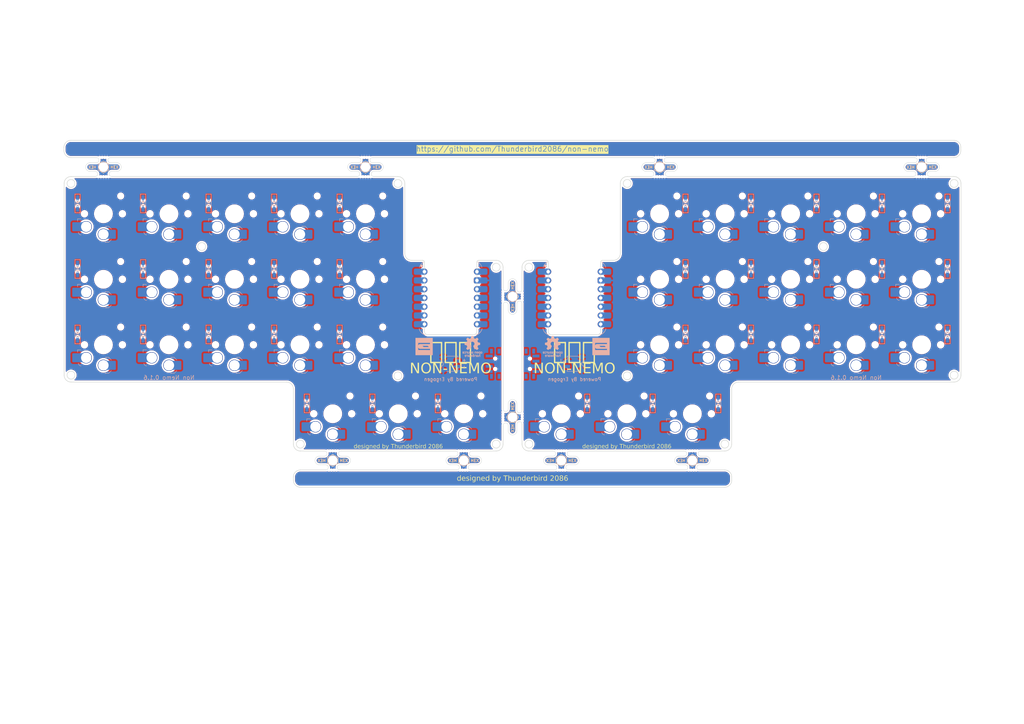
<source format=kicad_pcb>
(kicad_pcb (version 20240108) (generator "pcbnew") (generator_version "8.0")
  (title_block (title "non_nemo") (date "2025-04-05") (rev "0.1.6") (company "Allen Choi"))
  (layers (0 "F.Cu" signal) (31 "B.Cu" signal) (34 "B.Paste" user) (35 "F.Paste" user) (36 "B.SilkS" user "B.Silkscreen") (37 "F.SilkS" user "F.Silkscreen") (38 "B.Mask" user) (39 "F.Mask" user) (44 "Edge.Cuts" user))
  (net 0 "")
  (net 1 "GND")
  (net 2 "col_pinky")
  (net 4 "BAT_r")
  (net 5 "Net-(J2-Pin_2)")
  (net 6 "col_ring")
  (net 8 "Net-(J1-Pin_2)")
  (net 9 "Net-(D5-A)")
  (net 10 "col_middle")
  (net 11 "Net-(D6-A)")
  (net 12 "Net-(D7-A)")
  (net 13 "Net-(D8-A)")
  (net 14 "col_index")
  (net 15 "Net-(D9-A)")
  (net 16 "Net-(D10-A)")
  (net 17 "Net-(D11-A)")
  (net 18 "col_inner")
  (net 19 "Net-(D12-A)")
  (net 20 "Net-(D13-A)")
  (net 21 "Net-(D14-A)")
  (net 22 "Net-(D15-A)")
  (net 23 "Net-(D16-A)")
  (net 24 "Net-(D17-A)")
  (net 25 "Net-(D18-A)")
  (net 26 "Net-(D19-A)")
  (net 27 "row_bottom_r")
  (net 28 "row_home_r")
  (net 29 "Net-(D20-A)")
  (net 30 "row_top_r")
  (net 31 "Net-(D21-A)")
  (net 32 "Net-(D22-A)")
  (net 33 "Net-(D23-A)")
  (net 34 "Net-(D24-A)")
  (net 35 "Net-(D25-A)")
  (net 36 "Net-(D26-A)")
  (net 37 "Net-(D27-A)")
  (net 38 "Net-(D28-A)")
  (net 39 "Net-(D29-A)")
  (net 40 "Net-(D30-A)")
  (net 41 "Net-(D31-A)")
  (net 42 "Net-(D32-A)")
  (net 43 "row_bottom")
  (net 44 "row_home")
  (net 45 "row_top")
  (net 46 "row_thumb")
  (net 47 "Net-(D33-A)")
  (net 48 "row_thumb_r")
  (net 49 "Net-(D34-A)")
  (net 50 "Net-(D35-A)")
  (net 51 "Net-(D36-A)")
  (net 52 "Net-(D4-A)")
  (net 53 "Net-(D3-A)")
  (net 54 "Net-(D2-A)")
  (net 55 "Net-(D1-A)")
  (net 56 "col_index_r")
  (net 57 "col_pinky_r")
  (net 58 "col_ring_r")
  (net 59 "col_middle_r")
  (net 60 "col_inner_r")
  (net 68 "BAT")
  (footprint "TB2086_SMD:TB2086_SMD_D3_SMD" (layer "F.Cu") (at 127 117 -90)
    (property "Reference" "D18" (hide yes))
    (property "Value" "D")
  )
  (footprint "mousebites_5p5mm_easysnap" (layer "F.Cu") (at 134.5 136.3 -90)
    (property "Reference" "X3" (hide yes))
    (property "Value" "5.5mm" (hide yes))
    (fp_line (start -1.5 3.9) (end -1.5 2.03) (stroke (width 0.1)) (layer "Edge.Cuts"))
    (fp_line (start -4 2.4) (end -4 3.9) (stroke (width 0.1)) (layer "Edge.Cuts"))
    (fp_line (start -1.5 -2.03) (end -1.5 -3.9) (stroke (width 0.1)) (layer "Edge.Cuts"))
    (fp_line (start -4 -3.9) (end -4 -2.4) (stroke (width 0.1)) (layer "Edge.Cuts"))
    (fp_arc (start -1.5 3.9) (mid -2.75 5.15) (end -4 3.9) (stroke (width 0.1)) (layer "Edge.Cuts"))
    (fp_arc (start -5.5 2.4) (mid -4.75 1.65) (end -4 2.4) (stroke (width 0.1)) (layer "Edge.Cuts"))
    (fp_arc (start -1.5 2.03) (mid -0.75 1.28) (end 0 2.03) (stroke (width 0.1)) (layer "Edge.Cuts"))
    (fp_arc (start 0 -2.03) (mid -0.75 -1.28) (end -1.5 -2.03) (stroke (width 0.1)) (layer "Edge.Cuts"))
    (fp_arc (start -4 -2.4) (mid -4.75 -1.65) (end -5.5 -2.4) (stroke (width 0.1)) (layer "Edge.Cuts"))
    (fp_arc (start -4 -3.9) (mid -2.75 -5.15) (end -1.5 -3.9) (stroke (width 0.1)) (layer "Edge.Cuts"))
  )
  (footprint "TB2086_KEYSWITCH:SW_choc_v1_v2_HS_1u" (layer "F.Cu") (at 49 62)
    (property "Reference" "S6" (hide yes))
    (property "Value" "SW_CHOC_HS")
  )
  (footprint "TB2086_KEYSWITCH:SW_choc_v1_v2_HS_1u" (layer "F.Cu") (at 106 81)
    (property "Reference" "S14" (hide yes))
    (property "Value" "SW_CHOC_HS")
  )
  (footprint "TB2086_KEYSWITCH:SW_choc_v1_v2_HS_1u" (layer "F.Cu") (at 267.3 81)
    (property "Reference" "S20" (hide yes))
    (property "Value" "SW_CHOC_HS")
  )
  (footprint "TB2086_KEYSWITCH:SW_choc_v1_v2_HS_1u" (layer "F.Cu") (at 210.3 81)
    (property "Reference" "S29" (hide yes))
    (property "Value" "SW_CHOC_HS")
  )
  (footprint "undefined" (layer "F.Cu") (at 160.3 100.5)
    (property "Reference" "LOGO4" (hide yes))
    (property "Value" "")
  )
  (footprint "TB2086_SMD:TB2086_SMD_D3_SMD" (layer "F.Cu") (at 98.5 78 -90)
    (property "Reference" "D14" (hide yes))
    (property "Value" "D")
  )
  (footprint "TB2086_SMD:TB2086_SMD_D3_SMD" (layer "F.Cu") (at 79.5 97 -90)
    (property "Reference" "D10" (hide yes))
    (property "Value" "D")
  )
  (footprint "TB2086_SMD:TB2086_SMD_D3_SMD" (layer "F.Cu") (at 198.8 78 90)
    (property "Reference" "D32" (hide yes))
    (property "Value" "D")
  )
  (footprint "TB2086_SMD:SW_SPDT_PCM12" (layer "F.Cu") (at 143.3 105.5 90)
    (property "Reference" "SW_SPDT1" (hide yes))
    (property "Value" "SW_SPDT1" (hide yes))
  )
  (footprint "TB2086_SMD:TB2086_SMD_D3_SMD" (layer "F.Cu") (at 22.5 97 -90)
    (property "Reference" "D1" (hide yes))
    (property "Value" "D")
  )
  (footprint "TB2086_MISC:Molex_Pico-EZmate_78171-0002_1x02-1MP_P1.20mm_HandSolder" (layer "F.Cu") (at 166.6 105.5 90)
    (property "Reference" "J2" (hide yes))
    (property "Value" "Conn_BAT")
  )
  (footprint "TB2086_SMD:TB2086_SMD_D3_SMD" (layer "F.Cu") (at 274.8 97 90)
    (property "Reference" "D19" (hide yes))
    (property "Value" "D")
  )
  (footprint "TB2086_MCU:Xiao_nRF52840_edgecut" (layer "F.Cu") (at 130.7 86.41)
    (property "Reference" "MCU1" (hide yes))
    (property "Value" "Xiao nRF52840")
    (fp_line (start -7.62 9.678) (end -7.619768 -10.410053) (stroke (width 0.15)) (layer "Edge.Cuts"))
    (fp_line (start 6.62 10.678) (end -6.62 10.678) (stroke (width 0.15)) (layer "Edge.Cuts"))
    (fp_line (start 7.62 9.678) (end 7.619768 -10.410053) (stroke (width 0.15)) (layer "Edge.Cuts"))
    (fp_arc (start -8.119768 -10.910053) (mid -7.766216 -10.763605) (end -7.619768 -10.410053) (stroke (width 0.15)) (layer "Edge.Cuts"))
    (fp_arc (start -6.62 10.678) (mid -7.327107 10.385107) (end -7.62 9.678) (stroke (width 0.15)) (layer "Edge.Cuts"))
    (fp_arc (start 7.619768 -10.410053) (mid 7.766218 -10.763602) (end 8.119768 -10.910053) (stroke (width 0.15)) (layer "Edge.Cuts"))
    (fp_arc (start 7.62 9.678) (mid 7.327107 10.385107) (end 6.62 10.678) (stroke (width 0.15)) (layer "Edge.Cuts"))
  )
  (footprint "TB2086_KEYSWITCH:SW_choc_v1_v2_HS_1u" (layer "F.Cu") (at 210.3 100)
    (property "Reference" "S28" (hide yes))
    (property "Value" "SW_CHOC_HS")
  )
  (footprint "TB2086_KEYSWITCH:SW_choc_v1_v2_HS_1u" (layer "F.Cu") (at 30 81)
    (property "Reference" "S2" (hide yes))
    (property "Value" "SW_CHOC_HS")
  )
  (footprint "mousebites_5p5mm_easysnap" (layer "F.Cu") (at 191.3 45.7 90)
    (property "Reference" "X9" (hide yes))
    (property "Value" "5.5mm" (hide yes))
    (fp_line (start -4 -3.9) (end -4 -2.4) (stroke (width 0.1)) (layer "Edge.Cuts"))
    (fp_line (start -1.5 -2.03) (end -1.5 -3.9) (stroke (width 0.1)) (layer "Edge.Cuts"))
    (fp_line (start -4 2.4) (end -4 3.9) (stroke (width 0.1)) (layer "Edge.Cuts"))
    (fp_line (start -1.5 3.9) (end -1.5 2.03) (stroke (width 0.1)) (layer "Edge.Cuts"))
    (fp_arc (start -4 -3.9) (mid -2.75 -5.15) (end -1.5 -3.9) (stroke (width 0.1)) (layer "Edge.Cuts"))
    (fp_arc (start -4 -2.4) (mid -4.75 -1.65) (end -5.5 -2.4) (stroke (width 0.1)) (layer "Edge.Cuts"))
    (fp_arc (start 0 -2.03) (mid -0.75 -1.28) (end -1.5 -2.03) (stroke (width 0.1)) (layer "Edge.Cuts"))
    (fp_arc (start -1.5 2.03) (mid -0.75 1.28) (end 0 2.03) (stroke (width 0.1)) (layer "Edge.Cuts"))
    (fp_arc (start -5.5 2.4) (mid -4.75 1.65) (end -4 2.4) (stroke (width 0.1)) (layer "Edge.Cuts"))
    (fp_arc (start -1.5 3.9) (mid -2.75 5.15) (end -4 3.9) (stroke (width 0.1)) (layer "Edge.Cuts"))
  )
  (footprint "TB2086_KEYSWITCH:SW_choc_v1_v2_HS_1u" (layer "F.Cu") (at 68 81)
    (property "Reference" "S8" (hide yes))
    (property "Value" "SW_CHOC_HS")
  )
  (footprint "TB2086_KEYSWITCH:SW_choc_v1_v2_HS_1u" (layer "F.Cu") (at 87 62)
    (property "Reference" "S12" (hide yes))
    (property "Value" "SW_CHOC_HS")
  )
  (footprint "mousebites_5p5mm_easysnap" (layer "F.Cu") (at 30 45.7 90)
    (property "Reference" "X6" (hide yes))
    (property "Value" "5.5mm" (hide yes))
    (fp_line (start -4 -3.9) (end -4 -2.4) (stroke (width 0.1)) (layer "Edge.Cuts"))
    (fp_line (start -1.5 -2.03) (end -1.5 -3.9) (stroke (width 0.1)) (layer "Edge.Cuts"))
    (fp_line (start -4 2.4) (end -4 3.9) (stroke (width 0.1)) (layer "Edge.Cuts"))
    (fp_line (start -1.5 3.9) (end -1.5 2.03) (stroke (width 0.1)) (layer "Edge.Cuts"))
    (fp_arc (start -4 -3.9) (mid -2.75 -5.15) (end -1.5 -3.9) (stroke (width 0.1)) (layer "Edge.Cuts"))
    (fp_arc (start -4 -2.4) (mid -4.75 -1.65) (end -5.5 -2.4) (stroke (width 0.1)) (layer "Edge.Cuts"))
    (fp_arc (start 0 -2.03) (mid -0.75 -1.28) (end -1.5 -2.03) (stroke (width 0.1)) (layer "Edge.Cuts"))
    (fp_arc (start -1.5 2.03) (mid -0.75 1.28) (end 0 2.03) (stroke (width 0.1)) (layer "Edge.Cuts"))
    (fp_arc (start -5.5 2.4) (mid -4.75 1.65) (end -4 2.4) (stroke (width 0.1)) (layer "Edge.Cuts"))
    (fp_arc (start -1.5 3.9) (mid -2.75 5.15) (end -4 3.9) (stroke (width 0.1)) (layer "Edge.Cuts"))
  )
  (footprint "TB2086_SMD:TB2086_SMD_D3_SMD" (layer "F.Cu") (at 79.5 59 -90)
    (property "Reference" "D12" (hide yes))
    (property "Value" "D")
  )
  (footprint "TB2086_KEYSWITCH:SW_choc_v1_v2_HS_1u" (layer "F.Cu") (at 134.5 120)
    (property "Reference" "S18" (hide yes))
    (property "Value" "SW_CHOC_HS")
  )
  (footprint "TB2086_KEYSWITCH:SW_choc_v1_v2_HS_1u" (layer "F.Cu") (at 229.3 100)
    (property "Reference" "S25" (hide yes))
    (property "Value" "SW_CHOC_HS")
  )
  (footprint "TB2086_KEYSWITCH:SW_choc_v1_v2_HS_1u" (layer "F.Cu") (at 181.8 120)
    (property "Reference" "S35" (hide yes))
    (property "Value" "SW_CHOC_HS")
  )
  (footprint "TB2086_KEYSWITCH:SW_choc_v1_v2_HS_1u" (layer "F.Cu") (at 229.3 81)
    (property "Reference" "S26" (hide yes))
    (property "Value" "SW_CHOC_HS")
  )
  (footprint "TB2086_SMD:TB2086_SMD_D3_SMD" (layer "F.Cu") (at 60.5 59 -90)
    (property "Reference" "D9" (hide yes))
    (property "Value" "D")
  )
  (footprint "mousebites_5p5mm_easysnap" (layer "F.Cu") (at 96.5 136.3 -90)
    (property "Reference" "X2" (hide yes))
    (property "Value" "5.5mm" (hide yes))
    (fp_line (start -1.5 3.9) (end -1.5 2.03) (stroke (width 0.1)) (layer "Edge.Cuts"))
    (fp_line (start -4 2.4) (end -4 3.9) (stroke (width 0.1)) (layer "Edge.Cuts"))
    (fp_line (start -1.5 -2.03) (end -1.5 -3.9) (stroke (width 0.1)) (layer "Edge.Cuts"))
    (fp_line (start -4 -3.9) (end -4 -2.4) (stroke (width 0.1)) (layer "Edge.Cuts"))
    (fp_arc (start -1.5 3.9) (mid -2.75 5.15) (end -4 3.9) (stroke (width 0.1)) (layer "Edge.Cuts"))
    (fp_arc (start -5.5 2.4) (mid -4.75 1.65) (end -4 2.4) (stroke (width 0.1)) (layer "Edge.Cuts"))
    (fp_arc (start -1.5 2.03) (mid -0.75 1.28) (end 0 2.03) (stroke (width 0.1)) (layer "Edge.Cuts"))
    (fp_arc (start 0 -2.03) (mid -0.75 -1.28) (end -1.5 -2.03) (stroke (width 0.1)) (layer "Edge.Cuts"))
    (fp_arc (start -4 -2.4) (mid -4.75 -1.65) (end -5.5 -2.4) (stroke (width 0.1)) (layer "Edge.Cuts"))
    (fp_arc (start -4 -3.9) (mid -2.75 -5.15) (end -1.5 -3.9) (stroke (width 0.1)) (layer "Edge.Cuts"))
  )
  (footprint "TB2086_KEYSWITCH:SW_choc_v1_v2_HS_1u" (layer "F.Cu") (at 248.3 62)
    (property "Reference" "S24" (hide yes))
    (property "Value" "SW_CHOC_HS")
  )
  (footprint "TB2086_KEYSWITCH:SW_choc_v1_v2_HS_1u" (layer "F.Cu") (at 200.8 120)
    (property "Reference" "S34" (hide yes))
    (property "Value" "SW_CHOC_HS")
  )
  (footprint "TB2086_KEYSWITCH:SW_choc_v1_v2_HS_1u" (layer "F.Cu") (at 191.3 62)
    (property "Reference" "S33" (hide yes))
    (property "Value" "SW_CHOC_HS")
  )
  (footprint "TB2086_SMD:TB2086_SMD_D3_SMD" (layer "F.Cu") (at 217.8 59 90)
    (property "Reference" "D30" (hide yes))
    (property "Value" "D")
  )
  (footprint "TB2086_KEYSWITCH:SW_choc_v1_v2_HS_1u" (layer "F.Cu") (at 30 62)
    (property "Reference" "S3" (hide yes))
    (property "Value" "SW_CHOC_HS")
  )
  (footprint "TB2086_SMD:TB2086_SMD_D3_SMD" (layer "F.Cu") (at 170.3 117 90)
    (property "Reference" "D36" (hide yes))
    (property "Value" "D")
  )
  (footprint "TB2086_SMD:TB2086_SMD_D3_SMD" (layer "F.Cu") (at 60.5 78 -90)
    (property "Reference" "D8" (hide yes))
    (property "Value" "D")
  )
  (footprint "TB2086_KEYSWITCH:SW_choc_v1_v2_HS_1u" (layer "F.Cu") (at 191.3 100)
    (property "Reference" "S31" (hide yes))
    (property "Value" "SW_CHOC_HS")
  )
  (footprint "TB2086_KEYSWITCH:SW_choc_v1_v2_HS_1u" (layer "F.Cu") (at 87 81)
    (property "Reference" "S11" (hide yes))
    (property "Value" "SW_CHOC_HS")
  )
  (footprint "TB2086_SMD:TB2086_SMD_D3_SMD" (layer "F.Cu") (at 255.8 78 90)
    (property "Reference" "D23" (hide yes))
    (property "Value" "D")
  )
  (footprint "TB2086_KEYSWITCH:SW_choc_v1_v2_HS_1u" (layer "F.Cu") (at 49 81)
    (property "Reference" "S5" (hide yes))
    (property "Value" "SW_CHOC_HS")
  )
  (footprint "TB2086_SMD:TB2086_SMD_D3_SMD" (layer "F.Cu") (at 217.8 78 90)
    (property "Reference" "D29" (hide yes))
    (property "Value" "D")
  )
  (footprint "TB2086_SMD:TB2086_SMD_D3_SMD" (layer "F.Cu") (at 255.8 59 90)
    (property "Reference" "D24" (hide yes))
    (property "Value" "D")
  )
  (footprint "TB2086_SMD:TB2086_SMD_D3_SMD" (layer "F.Cu") (at 60.5 97 -90)
    (property "Reference" "D7" (hide yes))
    (property "Value" "D")
  )
  (footprint "TB2086_SMD:TB2086_SMD_D3_SMD" (layer "F.Cu") (at 236.8 97 90)
    (property "Reference" "D25" (hide yes))
    (property "Value" "D")
  )
  (footprint "mousebites_5p5mm_easysnap" (layer "F.Cu") (at 106 45.7 90)
    (property "Reference" "X7" (hide yes))
    (property "Value" "5.5mm" (hide yes))
    (fp_line (start -4 -3.9) (end -4 -2.4) (stroke (width 0.1)) (layer "Edge.Cuts"))
    (fp_line (start -1.5 -2.03) (end -1.5 -3.9) (stroke (width 0.1)) (layer "Edge.Cuts"))
    (fp_line (start -4 2.4) (end -4 3.9) (stroke (width 0.1)) (layer "Edge.Cuts"))
    (fp_line (start -1.5 3.9) (end -1.5 2.03) (stroke (width 0.1)) (layer "Edge.Cuts"))
    (fp_arc (start -4 -3.9) (mid -2.75 -5.15) (end -1.5 -3.9) (stroke (width 0.1)) (layer "Edge.Cuts"))
    (fp_arc (start -4 -2.4) (mid -4.75 -1.65) (end -5.5 -2.4) (stroke (width 0.1)) (layer "Edge.Cuts"))
    (fp_arc (start 0 -2.03) (mid -0.75 -1.28) (end -1.5 -2.03) (stroke (width 0.1)) (layer "Edge.Cuts"))
    (fp_arc (start -1.5 2.03) (mid -0.75 1.28) (end 0 2.03) (stroke (width 0.1)) (layer "Edge.Cuts"))
    (fp_arc (start -5.5 2.4) (mid -4.75 1.65) (end -4 2.4) (stroke (width 0.1)) (layer "Edge.Cuts"))
    (fp_arc (start -1.5 3.9) (mid -2.75 5.15) (end -4 3.9) (stroke (width 0.1)) (layer "Edge.Cuts"))
  )
  (footprint "TB2086_KEYSWITCH:SW_choc_v1_v2_HS_1u" (layer "F.Cu") (at 68 62)
    (property "Reference" "S9" (hide yes))
    (property "Value" "SW_CHOC_HS")
  )
  (footprint "TB2086_KEYSWITCH:SW_choc_v1_v2_HS_1u" (layer "F.Cu") (at 115.5 120)
    (property "Reference" "S17" (hide yes))
    (property "Value" "SW_CHOC_HS")
  )
  (footprint "TB2086_KEYSWITCH:SW_choc_v1_v2_HS_1u" (layer "F.Cu") (at 106 62)
    (property "Reference" "S15" (hide yes))
    (property "Value" "SW_CHOC_HS")
  )
  (footprint "TB2086_KEYSWITCH:SW_choc_v1_v2_HS_1u" (layer "F.Cu") (at 248.3 81)
    (property "Reference" "S23" (hide yes))
    (property "Value" "SW_CHOC_HS")
  )
  (footprint "TB2086_KEYSWITCH:SW_choc_v1_v2_HS_1u" (layer "F.Cu") (at 267.3 100)
    (property "Reference" "S19" (hide yes))
    (property "Value" "SW_CHOC_HS")
  )
  (footprint "TB2086_SMD:TB2086_SMD_D3_SMD" (layer "F.Cu") (at 236.8 78 90)
    (property "Reference" "D26" (hide yes))
    (property "Value" "D")
  )
  (footprint "TB2086_SMD:TB2086_SMD_D3_SMD" (layer "F.Cu") (at 108 117 -90)
    (property "Reference" "D17" (hide yes))
    (property "Value" "D")
  )
  (footprint "TB2086_SMD:SW_SPDT_PCM12" (layer "F.Cu") (at 154 105.5 -90)
    (property "Reference" "SW_SPDT2" (hide yes))
    (property "Value" "SW_SPDT2" (hide yes))
  )
  (footprint "TB2086_SMD:TB2086_SMD_D3_SMD" (layer "F.Cu") (at 22.5 78 -90)
    (property "Reference" "D2" (hide yes))
    (property "Value" "D")
  )
  (footprint "TB2086_SMD:TB2086_SMD_D3_SMD" (layer "F.Cu") (at 98.5 59 -90)
    (property "Reference" "D15" (hide yes))
    (property "Value" "D")
  )
  (footprint "TB2086_KEYSWITCH:SW_choc_v1_v2_HS_1u" (layer "F.Cu") (at 267.3 62)
    (property "Reference" "S21" (hide yes))
    (property "Value" "SW_CHOC_HS")
  )
  (footprint "TB2086_SMD:TB2086_SMD_D3_SMD" (layer "F.Cu") (at 41.5 97 -90)
    (property "Reference" "D4" (hide yes))
    (property "Value" "D")
  )
  (footprint "TB2086_SMD:TB2086_SMD_D3_SMD" (layer "F.Cu") (at 217.8 97 90)
    (property "Reference" "D28" (hide yes))
    (property "Value" "D")
  )
  (footprint "mousebites_5p5mm_easysnap" (layer "F.Cu") (at 151.4 121)
    (property "Reference" "X1" (hide yes))
    (property "Value" "5.5mm" (hide yes))
    (fp_line (start -4 -3.9) (end -4 -2.4) (stroke (width 0.1)) (layer "Edge.Cuts"))
    (fp_line (start -4 2.4) (end -4 3.9) (stroke (width 0.1)) (layer "Edge.Cuts"))
    (fp_line (start -1.5 -2.03) (end -1.5 -3.9) (stroke (width 0.1)) (layer "Edge.Cuts"))
    (fp_line (start -1.5 3.9) (end -1.5 2.03) (stroke (width 0.1)) (layer "Edge.Cuts"))
    (fp_arc (start -5.5 2.4) (mid -4.75 1.65) (end -4 2.4) (stroke (width 0.1)) (layer "Edge.Cuts"))
    (fp_arc (start -4 -3.9) (mid -2.75 -5.15) (end -1.5 -3.9) (stroke (width 0.1)) (layer "Edge.Cuts"))
    (fp_arc (start -4 -2.4) (mid -4.75 -1.65) (end -5.5 -2.4) (stroke (width 0.1)) (layer "Edge.Cuts"))
    (fp_arc (start -1.5 2.03) (mid -0.75 1.28) (end 0 2.03) (stroke (width 0.1)) (layer "Edge.Cuts"))
    (fp_arc (start -1.5 3.9) (mid -2.75 5.15) (end -4 3.9) (stroke (width 0.1)) (layer "Edge.Cuts"))
    (fp_arc (start 0 -2.03) (mid -0.75 -1.28) (end -1.5 -2.03) (stroke (width 0.1)) (layer "Edge.Cuts"))
  )
  (footprint "TB2086_SMD:TB2086_SMD_D3_SMD" (layer "F.Cu") (at 41.5 59 -90)
    (property "Reference" "D6" (hide yes))
    (property "Value" "D")
  )
  (footprint "mousebites_5p5mm_easysnap" (layer "F.Cu") (at 267.3 45.7 90)
    (property "Reference" "X8" (hide yes))
    (property "Value" "5.5mm" (hide yes))
    (fp_line (start -4 -3.9) (end -4 -2.4) (stroke (width 0.1)) (layer "Edge.Cuts"))
    (fp_line (start -1.5 -2.03) (end -1.5 -3.9) (stroke (width 0.1)) (layer "Edge.Cuts"))
    (fp_line (start -4 2.4) (end -4 3.9) (stroke (width 0.1)) (layer "Edge.Cuts"))
    (fp_line (start -1.5 3.9) (end -1.5 2.03) (stroke (width 0.1)) (layer "Edge.Cuts"))
    (fp_arc (start -4 -3.9) (mid -2.75 -5.15) (end -1.5 -3.9) (stroke (width 0.1)) (layer "Edge.Cuts"))
    (fp_arc (start -4 -2.4) (mid -4.75 -1.65) (end -5.5 -2.4) (stroke (width 0.1)) (layer "Edge.Cuts"))
    (fp_arc (start 0 -2.03) (mid -0.75 -1.28) (end -1.5 -2.03) (stroke (width 0.1)) (layer "Edge.Cuts"))
    (fp_arc (start -1.5 2.03) (mid -0.75 1.28) (end 0 2.03) (stroke (width 0.1)) (layer "Edge.Cuts"))
    (fp_arc (start -5.5 2.4) (mid -4.75 1.65) (end -4 2.4) (stroke (width 0.1)) (layer "Edge.Cuts"))
    (fp_arc (start -1.5 3.9) (mid -2.75 5.15) (end -4 3.9) (stroke (width 0.1)) (layer "Edge.Cuts"))
  )
  (footprint "TB2086_SMD:TB2086_SMD_D3_SMD" (layer "F.Cu") (at 79.5 78 -90)
    (property "Reference" "D11" (hide yes))
    (property "Value" "D")
  )
  (footprint "TB2086_SMD:TB2086_SMD_D3_SMD" (layer "F.Cu") (at 98.5 97 -90)
    (property "Reference" "D13" (hide yes))
    (property "Value" "D")
  )
  (footprint "TB2086_KEYSWITCH:SW_choc_v1_v2_HS_1u" (layer "F.Cu") (at 96.5 120)
    (property "Reference" "S16" (hide yes))
    (property "Value" "SW_CHOC_HS")
  )
  (footprint "TB2086_SMD:TB2086_SMD_D3_SMD" (layer "F.Cu") (at 22.5 59 -90)
    (property "Reference" "D3" (hide yes))
    (property "Value" "D")
  )
  (footprint "TB2086_MISC:Molex_Pico-EZmate_78171-0002_1x02-1MP_P1.20mm_HandSolder" (layer "F.Cu") (at 130.7 105.5 -90)
    (property "Reference" "J1" (hide yes))
    (property "Value" "Conn_BAT")
  )
  (footprint "TB2086_KEYSWITCH:SW_choc_v1_v2_HS_1u" (layer "F.Cu") (at 68 100)
    (property "Reference" "S7" (hide yes))
    (property "Value" "SW_CHOC_HS")
  )
  (footprint "TB2086_SMD:TB2086_SMD_D3_SMD" (layer "F.Cu") (at 274.8 78 90)
    (property "Reference" "D20" (hide yes))
    (property "Value" "D")
  )
  (footprint "TB2086_SMD:TB2086_SMD_D3_SMD" (layer "F.Cu") (at 198.8 59 90)
    (property "Reference" "D33" (hide yes))
    (property "Value" "D")
  )
  (footprint "TB2086_MCU:Xiao_nRF52840_edgecut" (layer "F.Cu") (at 166.6 86.41)
    (property "Reference" "MCU2" (hide yes))
    (property "Value" "Xiao nRF52840")
    (fp_line (start -7.62 9.678) (end -7.619768 -10.410053) (stroke (width 0.15)) (layer "Edge.Cuts"))
    (fp_line (start 6.62 10.678) (end -6.62 10.678) (stroke (width 0.15)) (layer "Edge.Cuts"))
    (fp_line (start 7.62 9.678) (end 7.619768 -10.410053) (stroke (width 0.15)) (layer "Edge.Cuts"))
    (fp_arc (start -8.119768 -10.910053) (mid -7.766216 -10.763605) (end -7.619768 -10.410053) (stroke (width 0.15)) (layer "Edge.Cuts"))
    (fp_arc (start -6.62 10.678) (mid -7.327107 10.385107) (end -7.62 9.678) (stroke (width 0.15)) (layer "Edge.Cuts"))
    (fp_arc (start 7.619768 -10.410053) (mid 7.766218 -10.763602) (end 8.119768 -10.910053) (stroke (width 0.15)) (layer "Edge.Cuts"))
    (fp_arc (start 7.62 9.678) (mid 7.327107 10.385107) (end 6.62 10.678) (stroke (width 0.15)) (layer "Edge.Cuts"))
  )
  (footprint "TB2086_KEYSWITCH:SW_choc_v1_v2_HS_1u" (layer "F.Cu") (at 49 100)
    (property "Reference" "S4" (hide yes))
    (property "Value" "SW_CHOC_HS")
  )
  (footprint "TB2086_KEYSWITCH:SW_choc_v1_v2_HS_1u" (layer "F.Cu") (at 87 100)
    (property "Reference" "S10" (hide yes))
    (property "Value" "SW_CHOC_HS")
  )
  (footprint "TB2086_SMD:TB2086_SMD_D3_SMD" (layer "F.Cu") (at 89 117 -90)
    (property "Reference" "D16" (hide yes))
    (property "Value" "D")
  )
  (footprint "mousebites_5p5mm_easysnap" (layer "F.Cu") (at 151.4 86)
    (property "Reference" "X10" (hide yes))
    (property "Value" "5.5mm" (hide yes))
    (fp_line (start -4 -3.9) (end -4 -2.4) (stroke (width 0.1)) (layer "Edge.Cuts"))
    (fp_line (start -4 2.4) (end -4 3.9) (stroke (width 0.1)) (layer "Edge.Cuts"))
    (fp_line (start -1.5 -2.03) (end -1.5 -3.9) (stroke (width 0.1)) (layer "Edge.Cuts"))
    (fp_line (start -1.5 3.9) (end -1.5 2.03) (stroke (width 0.1)) (layer "Edge.Cuts"))
    (fp_arc (start -5.5 2.4) (mid -4.75 1.65) (end -4 2.4) (stroke (width 0.1)) (layer "Edge.Cuts"))
    (fp_arc (start -4 -3.9) (mid -2.75 -5.15) (end -1.5 -3.9) (stroke (width 0.1)) (layer "Edge.Cuts"))
    (fp_arc (start -4 -2.4) (mid -4.75 -1.65) (end -5.5 -2.4) (stroke (width 0.1)) (layer "Edge.Cuts"))
    (fp_arc (start -1.5 2.03) (mid -0.75 1.28) (end 0 2.03) (stroke (width 0.1)) (layer "Edge.Cuts"))
    (fp_arc (start -1.5 3.9) (mid -2.75 5.15) (end -4 3.9) (stroke (width 0.1)) (layer "Edge.Cuts"))
    (fp_arc (start 0 -2.03) (mid -0.75 -1.28) (end -1.5 -2.03) (stroke (width 0.1)) (layer "Edge.Cuts"))
  )
  (footprint "TB2086_SMD:TB2086_SMD_D3_SMD" (layer "F.Cu") (at 189.3 117 90)
    (property "Reference" "D35" (hide yes))
    (property "Value" "D")
  )
  (footprint "undefined" (layer "F.Cu") (at 137 100.5)
    (property "Reference" "LOGO2" (hide yes))
    (property "Value" "")
  )
  (footprint "TB2086_KEYSWITCH:SW_choc_v1_v2_HS_1u" (layer "F.Cu") (at 229.3 62)
    (property "Reference" "S27" (hide yes))
    (property "Value" "SW_CHOC_HS")
  )
  (footprint "TB2086_SMD:TB2086_SMD_D3_SMD" (layer "F.Cu") (at 41.5 78 -90)
    (property "Reference" "D5" (hide yes))
    (property "Value" "D")
  )
  (footprint "TB2086_SMD:TB2086_SMD_D3_SMD" (layer "F.Cu") (at 255.8 97 90)
    (property "Reference" "D22" (hide yes))
    (property "Value" "D")
  )
  (footprint "mousebites_5p5mm_easysnap" (layer "F.Cu") (at 200.8 136.3 -90)
    (property "Reference" "X4" (hide yes))
    (property "Value" "5.5mm" (hide yes))
    (fp_line (start -1.5 3.9) (end -1.5 2.03) (stroke (width 0.1)) (layer "Edge.Cuts"))
    (fp_line (start -4 2.4) (end -4 3.9) (stroke (width 0.1)) (layer "Edge.Cuts"))
    (fp_line (start -1.5 -2.03) (end -1.5 -3.9) (stroke (width 0.1)) (layer "Edge.Cuts"))
    (fp_line (start -4 -3.9) (end -4 -2.4) (stroke (width 0.1)) (layer "Edge.Cuts"))
    (fp_arc (start -1.5 3.9) (mid -2.75 5.15) (end -4 3.9) (stroke (width 0.1)) (layer "Edge.Cuts"))
    (fp_arc (start -5.5 2.4) (mid -4.75 1.65) (end -4 2.4) (stroke (width 0.1)) (layer "Edge.Cuts"))
    (fp_arc (start -1.5 2.03) (mid -0.75 1.28) (end 0 2.03) (stroke (width 0.1)) (layer "Edge.Cuts"))
    (fp_arc (start 0 -2.03) (mid -0.75 -1.28) (end -1.5 -2.03) (stroke (width 0.1)) (layer "Edge.Cuts"))
    (fp_arc (start -4 -2.4) (mid -4.75 -1.65) (end -5.5 -2.4) (stroke (width 0.1)) (layer "Edge.Cuts"))
    (fp_arc (start -4 -3.9) (mid -2.75 -5.15) (end -1.5 -3.9) (stroke (width 0.1)) (layer "Edge.Cuts"))
  )
  (footprint "TB2086_SMD:TB2086_SMD_D3_SMD" (layer "F.Cu") (at 274.8 59 90)
    (property "Reference" "D21" (hide yes))
    (property "Value" "D")
  )
  (footprint "mousebites_5p5mm_easysnap" (layer "F.Cu") (at 162.8 136.3 -90)
    (property "Reference" "X5" (hide yes))
    (property "Value" "5.5mm" (hide yes))
    (fp_line (start -1.5 3.9) (end -1.5 2.03) (stroke (width 0.1)) (layer "Edge.Cuts"))
    (fp_line (start -4 2.4) (end -4 3.9) (stroke (width 0.1)) (layer "Edge.Cuts"))
    (fp_line (start -1.5 -2.03) (end -1.5 -3.9) (stroke (width 0.1)) (layer "Edge.Cuts"))
    (fp_line (start -4 -3.9) (end -4 -2.4) (stroke (width 0.1)) (layer "Edge.Cuts"))
    (fp_arc (start -1.5 3.9) (mid -2.75 5.15) (end -4 3.9) (stroke (width 0.1)) (layer "Edge.Cuts"))
    (fp_arc (start -5.5 2.4) (mid -4.75 1.65) (end -4 2.4) (stroke (width 0.1)) (layer "Edge.Cuts"))
    (fp_arc (start -1.5 2.03) (mid -0.75 1.28) (end 0 2.03) (stroke (width 0.1)) (layer "Edge.Cuts"))
    (fp_arc (start 0 -2.03) (mid -0.75 -1.28) (end -1.5 -2.03) (stroke (width 0.1)) (layer "Edge.Cuts"))
    (fp_arc (start -4 -2.4) (mid -4.75 -1.65) (end -5.5 -2.4) (stroke (width 0.1)) (layer "Edge.Cuts"))
    (fp_arc (start -4 -3.9) (mid -2.75 -5.15) (end -1.5 -3.9) (stroke (width 0.1)) (layer "Edge.Cuts"))
  )
  (footprint "TB2086_KEYSWITCH:SW_choc_v1_v2_HS_1u" (layer "F.Cu") (at 191.3 81)
    (property "Reference" "S32" (hide yes))
    (property "Value" "SW_CHOC_HS")
  )
  (footprint "TB2086_KEYSWITCH:SW_choc_v1_v2_HS_1u" (layer "F.Cu") (at 248.3 100)
    (property "Reference" "S22" (hide yes))
    (property "Value" "SW_CHOC_HS")
  )
  (footprint "TB2086_SMD:TB2086_SMD_D3_SMD" (layer "F.Cu") (at 198.8 97 90)
    (property "Reference" "D31" (hide yes))
    (property "Value" "D")
  )
  (footprint "TB2086_KEYSWITCH:SW_choc_v1_v2_HS_1u" (layer "F.Cu") (at 106 100)
    (property "Reference" "S13" (hide yes))
    (property "Value" "SW_CHOC_HS")
  )
  (footprint "TB2086_KEYSWITCH:SW_choc_v1_v2_HS_1u" (layer "F.Cu") (at 210.3 62)
    (property "Reference" "S30" (hide yes))
    (property "Value" "SW_CHOC_HS")
  )
  (footprint "TB2086_KEYSWITCH:SW_choc_v1_v2_HS_1u" (layer "F.Cu") (at 30 100)
    (property "Reference" "S1" (hide yes))
    (property "Value" "SW_CHOC_HS")
  )
  (footprint "TB2086_SMD:TB2086_SMD_D3_SMD" (layer "F.Cu") (at 208.3 117 90)
    (property "Reference" "D34" (hide yes))
    (property "Value" "D")
  )
  (footprint "TB2086_SMD:TB2086_SMD_D3_SMD" (layer "F.Cu") (at 236.8 59 90)
    (property "Reference" "D27" (hide yes))
    (property "Value" "D")
  )
  (footprint "TB2086_KEYSWITCH:SW_choc_v1_v2_HS_1u" (layer "F.Cu") (at 162.8 120)
    (property "Reference" "S36" (hide yes))
    (property "Value" "SW_CHOC_HS")
  )
  (footprint "ceoloide:utility_ergogen_logo" (layer "B.Cu") (at 174.3 100.5)
    (property "Reference" "LOGO3" (hide yes))
    (property "Value" "")
  )
  (footprint "ceoloide:utility_ergogen_logo" (layer "B.Cu") (at 123 100.5)
    (property "Reference" "LOGO1" (hide yes))
    (property "Value" "")
  )
  (gr_line (start 20.6 110.8) (end 83.1 110.8) (stroke (width 0.15)) (layer "Edge.Cuts"))
  (gr_line (start 151.4 123.03) (end 151.4 128.8) (stroke (width 0.15)) (layer "Edge.Cuts"))
  (gr_arc (start 212.2 139.3) (mid 211.614214 140.714214) (end 210.2 141.3) (stroke (width 0.15)) (layer "Edge.Cuts"))
  (gr_arc (start 87.1 141.3) (mid 85.685786 140.714214) (end 85.1 139.3) (stroke (width 0.15)) (layer "Edge.Cuts"))
  (gr_line (start 198.4 130.8) (end 165.2 130.8) (stroke (width 0.15)) (layer "Edge.Cuts"))
  (gr_line (start 18.6 108.8) (end 18.6 53.2) (stroke (width 0.15)) (layer "Edge.Cuts"))
  (gr_line (start 202.83 136.3) (end 210.2 136.3) (stroke (width 0.15)) (layer "Edge.Cuts"))
  (gr_line (start 151.4 83.97) (end 151.4 77.5) (stroke (width 0.15)) (layer "Edge.Cuts"))
  (gr_line (start 212.2 128.8) (end 212.2 112.8) (stroke (width 0.15)) (layer "Edge.Cuts"))
  (gr_arc (start 143.9 75.5) (mid 145.314214 76.085786) (end 145.9 77.5) (stroke (width 0.15)) (layer "Edge.Cuts"))
  (gr_line (start 138.819768 75.499947) (end 143.9 75.500036) (stroke (width 0.15)) (layer "Edge.Cuts"))
  (gr_line (start 117.4 73.5) (end 117.4 53.2) (stroke (width 0.15)) (layer "Edge.Cuts"))
  (gr_arc (start 278.65 43.7) (mid 278.064214 45.114214) (end 276.65 45.7) (stroke (width 0.15)) (layer "Edge.Cuts"))
  (gr_circle (center 143.9 128.8) (end 145.05 128.8) (stroke (width 0.15)) (fill none) (layer "Edge.Cuts"))
  (gr_line (start 276.65 45.7) (end 269.33 45.7) (stroke (width 0.15)) (layer "Edge.Cuts"))
  (gr_arc (start 212.2 112.8) (mid 212.785786 111.385786) (end 214.2 110.8) (stroke (width 0.15)) (layer "Edge.Cuts"))
  (gr_line (start 278.65 43.7) (end 278.65 42.7) (stroke (width 0.15)) (layer "Edge.Cuts"))
  (gr_arc (start 20.6 110.8) (mid 19.185786 110.214214) (end 18.6 108.8) (stroke (width 0.15)) (layer "Edge.Cuts"))
  (gr_arc (start 119.4 75.5) (mid 117.985786 74.914214) (end 117.4 73.5) (stroke (width 0.15)) (layer "Edge.Cuts"))
  (gr_line (start 177.9 75.5) (end 174.719768 75.499947) (stroke (width 0.15)) (layer "Edge.Cuts"))
  (gr_line (start 85.1 112.8) (end 85.1 128.8) (stroke (width 0.15)) (layer "Edge.Cuts"))
  (gr_arc (start 115.4 51.2) (mid 116.814214 51.785786) (end 117.4 53.2) (stroke (width 0.15)) (layer "Edge.Cuts"))
  (gr_line (start 276.7 51.2) (end 269.7 51.2) (stroke (width 0.15)) (layer "Edge.Cuts"))
  (gr_line (start 145.9 83.6) (end 145.9 77.5) (stroke (width 0.15)) (layer "Edge.Cuts"))
  (gr_arc (start 179.9 53.2) (mid 180.485786 51.785786) (end 181.9 51.2) (stroke (width 0.15)) (layer "Edge.Cuts"))
  (gr_line (start 18.55 42.7) (end 18.55 43.7) (stroke (width 0.15)) (layer "Edge.Cuts"))
  (gr_arc (start 20.55 45.7) (mid 19.135786 45.114214) (end 18.55 43.7) (stroke (width 0.15)) (layer "Edge.Cuts"))
  (gr_arc (start 87.1 130.8) (mid 85.685786 130.214214) (end 85.1 128.8) (stroke (width 0.15)) (layer "Edge.Cuts"))
  (gr_circle (center 276.7 53.2) (end 277.85 53.2) (stroke (width 0.15)) (fill none) (layer "Edge.Cuts"))
  (gr_circle (center 20.6 108.8) (end 21.75 108.8) (stroke (width 0.15)) (fill none) (layer "Edge.Cuts"))
  (gr_line (start 265.27 45.7) (end 193.33 45.7) (stroke (width 0.15)) (layer "Edge.Cuts"))
  (gr_line (start 145.9 118.6) (end 145.9 88.4) (stroke (width 0.15)) (layer "Edge.Cuts"))
  (gr_arc (start 276.65 40.7) (mid 278.064214 41.285786) (end 278.65 42.7) (stroke (width 0.15)) (layer "Edge.Cuts"))
  (gr_line (start 193.7 51.2) (end 264.9 51.2) (stroke (width 0.15)) (layer "Edge.Cuts"))
  (gr_line (start 145.9 128.8) (end 145.9 123.4) (stroke (width 0.15)) (layer "Edge.Cuts"))
  (gr_line (start 20.6 51.2) (end 27.6 51.2) (stroke (width 0.15)) (layer "Edge.Cuts"))
  (gr_line (start 136.53 136.3) (end 160.77 136.3) (stroke (width 0.15)) (layer "Edge.Cuts"))
  (gr_line (start 32.03 45.7) (end 103.97 45.7) (stroke (width 0.15)) (layer "Edge.Cuts"))
  (gr_line (start 132.1 130.8) (end 98.9 130.8) (stroke (width 0.15)) (layer "Edge.Cuts"))
  (gr_arc (start 179.9 73.5) (mid 179.314214 74.914214) (end 177.9 75.5) (stroke (width 0.15)) (layer "Edge.Cuts"))
  (gr_line (start 181.9 51.2) (end 188.9 51.2) (stroke (width 0.15)) (layer "Edge.Cuts"))
  (gr_line (start 151.4 88.03) (end 151.4 118.97) (stroke (width 0.15)) (layer "Edge.Cuts"))
  (gr_circle (center 238.8 71.5) (end 239.95 71.5) (stroke (width 0.15)) (fill none) (layer "Edge.Cuts"))
  (gr_circle (center 115.4 53.2) (end 116.55 53.2) (stroke (width 0.15)) (fill none) (layer "Edge.Cuts"))
  (gr_line (start 164.83 136.3) (end 198.77 136.3) (stroke (width 0.15)) (layer "Edge.Cuts"))
  (gr_line (start 179.9 73.5) (end 179.9 53.2) (stroke (width 0.15)) (layer "Edge.Cuts"))
  (gr_line (start 276.65 40.7) (end 20.55 40.7) (stroke (width 0.15)) (layer "Edge.Cuts"))
  (gr_circle (center 181.9 53.2) (end 183.05 53.2) (stroke (width 0.15)) (fill none) (layer "Edge.Cuts"))
  (gr_line (start 87.1 130.8) (end 94.1 130.8) (stroke (width 0.15)) (layer "Edge.Cuts"))
  (gr_circle (center 115.4 109) (end 116.55 109) (stroke (width 0.15)) (fill none) (layer "Edge.Cuts"))
  (gr_circle (center 87.1 128.8) (end 88.25 128.8) (stroke (width 0.15)) (fill none) (layer "Edge.Cuts"))
  (gr_line (start 212.2 139.3) (end 212.2 138.3) (stroke (width 0.15)) (layer "Edge.Cuts"))
  (gr_circle (center 153.4 77.5) (end 154.55 77.5) (stroke (width 0.15)) (fill none) (layer "Edge.Cuts"))
  (gr_circle (center 153.4 128.8) (end 154.55 128.8) (stroke (width 0.15)) (fill none) (layer "Edge.Cuts"))
  (gr_line (start 98.53 136.3) (end 132.47 136.3) (stroke (width 0.15)) (layer "Edge.Cuts"))
  (gr_arc (start 18.55 42.7) (mid 19.135786 41.285786) (end 20.55 40.7) (stroke (width 0.15)) (layer "Edge.Cuts"))
  (gr_line (start 122.580232 75.499947) (end 119.4 75.5) (stroke (width 0.15)) (layer "Edge.Cuts"))
  (gr_arc (start 151.4 77.5) (mid 151.985786 76.085786) (end 153.4 75.5) (stroke (width 0.15)) (layer "Edge.Cuts"))
  (gr_arc (start 278.7 108.8) (mid 278.114214 110.214214) (end 276.7 110.8) (stroke (width 0.15)) (layer "Edge.Cuts"))
  (gr_arc (start 85.1 138.3) (mid 85.685786 136.885786) (end 87.1 136.3) (stroke (width 0.15)) (layer "Edge.Cuts"))
  (gr_line (start 153.4 130.8) (end 160.4 130.8) (stroke (width 0.15)) (layer "Edge.Cuts"))
  (gr_circle (center 143.9 77.5) (end 145.05 77.5) (stroke (width 0.15)) (fill none) (layer "Edge.Cuts"))
  (gr_circle (center 58.5 71.5) (end 59.65 71.5) (stroke (width 0.15)) (fill none) (layer "Edge.Cuts"))
  (gr_circle (center 20.6 53.2) (end 21.75 53.2) (stroke (width 0.15)) (fill none) (layer "Edge.Cuts"))
  (gr_line (start 87.1 141.3) (end 210.2 141.3) (stroke (width 0.15)) (layer "Edge.Cuts"))
  (gr_line (start 20.55 45.7) (end 27.97 45.7) (stroke (width 0.15)) (layer "Edge.Cuts"))
  (gr_line (start 115.4 51.2) (end 108.4 51.2) (stroke (width 0.15)) (layer "Edge.Cuts"))
  (gr_line (start 85.1 138.3) (end 85.1 139.3) (stroke (width 0.15)) (layer "Edge.Cuts"))
  (gr_line (start 153.4 75.5) (end 158.480232 75.499911) (stroke (width 0.15)) (layer "Edge.Cuts"))
  (gr_line (start 214.2 110.8) (end 276.7 110.8) (stroke (width 0.15)) (layer "Edge.Cuts"))
  (gr_arc (start 83.1 110.8) (mid 84.514214 111.385786) (end 85.1 112.8) (stroke (width 0.15)) (layer "Edge.Cuts"))
  (gr_line (start 94.47 136.3) (end 87.1 136.3) (stroke (width 0.15)) (layer "Edge.Cuts"))
  (gr_circle (center 276.7 108.8) (end 277.85 108.8) (stroke (width 0.15)) (fill none) (layer "Edge.Cuts"))
  (gr_arc (start 145.9 128.8) (mid 145.314214 130.214214) (end 143.9 130.8) (stroke (width 0.15)) (layer "Edge.Cuts"))
  (gr_circle (center 181.9 109) (end 183.05 109) (stroke (width 0.15)) (fill none) (layer "Edge.Cuts"))
  (gr_arc (start 210.2 136.3) (mid 211.614214 136.885786) (end 212.2 138.3) (stroke (width 0.15)) (layer "Edge.Cuts"))
  (gr_arc (start 153.4 130.8) (mid 151.985786 130.214214) (end 151.4 128.8) (stroke (width 0.15)) (layer "Edge.Cuts"))
  (gr_line (start 108.03 45.7) (end 189.27 45.7) (stroke (width 0.15)) (layer "Edge.Cuts"))
  (gr_line (start 143.9 130.8) (end 136.9 130.8) (stroke (width 0.15)) (layer "Edge.Cuts"))
  (gr_arc (start 212.2 128.8) (mid 211.614214 130.214214) (end 210.2 130.8) (stroke (width 0.15)) (layer "Edge.Cuts"))
  (gr_line (start 210.2 130.8) (end 203.2 130.8) (stroke (width 0.15)) (layer "Edge.Cuts"))
  (gr_line (start 103.6 51.2) (end 32.4 51.2) (stroke (width 0.15)) (layer "Edge.Cuts"))
  (gr_line (start 278.7 108.8) (end 278.7 53.2) (stroke (width 0.15)) (layer "Edge.Cuts"))
  (gr_arc (start 276.7 51.2) (mid 278.114214 51.785786) (end 278.7 53.2) (stroke (width 0.15)) (layer "Edge.Cuts"))
  (gr_arc (start 18.6 53.2) (mid 19.185786 51.785786) (end 20.6 51.2) (stroke (width 0.15)) (layer "Edge.Cuts"))
  (gr_circle (center 210.2 128.8) (end 211.35 128.8) (stroke (width 0.15)) (fill none) (layer "Edge.Cuts"))
  (gr_text "Powered By Ergogen" (at 166.6 110 0) (layer "B.SilkS") (effects (font (size 1 1)) (justify mirror)))
  (gr_text "- +" (at 162.6 105.5 90) (layer "B.SilkS") (effects (font (size 1 1)) (justify mirror)))
  (gr_text "- +" (at 134.7 105.5 -90) (layer "B.SilkS") (effects (font (size 1 1)) (justify mirror)))
  (gr_text "Non Nemo 0.1.6" (at 248.3 109.5 0) (layer "B.SilkS") (effects (font (size 1.2 1.2)) (justify mirror)))
  (gr_text "Non Nemo 0.1.6" (at 49 109.5 0) (layer "B.SilkS") (effects (font (size 1.2 1.2)) (justify mirror)))
  (gr_text "Powered By Ergogen" (at 130.7 110 0) (layer "B.SilkS") (effects (font (size 1 1)) (justify mirror)))
  (gr_text "NON-NEMO" (at 130.7 107 0) (layer "F.SilkS") (effects (font (size 3 3))))
  (gr_text "designed by Thunderbird 2086" (at 148.65 138.8 0) (layer "F.SilkS") (effects (font (size 1.5 1.5))))
  (gr_text "난네모" (at 166.6 102 0) (layer "F.SilkS") (effects (font (size 5 5) (thickness 0.15) (bold yes))))
  (gr_text "designed by Thunderbird 2086" (at 181.8 129.5 0) (layer "F.SilkS") (effects (font (size 1.2 1.2))))
  (gr_text "NON-NEMO" (at 166.6 107 0) (layer "F.SilkS") (effects (font (size 3 3))))
  (gr_text "난네모" (at 130.7 102 0) (layer "F.SilkS") (effects (font (size 5 5) (thickness 0.15) (bold yes))))
  (gr_text "designed by Thunderbird 2086" (at 115.5 129.5 0) (layer "F.SilkS") (effects (font (size 1.2 1.2))))
  (gr_text "https://github.com/Thunderbird2086/non-nemo" (at 148.6 43.2 0) (layer "F.SilkS" knockout) (effects (font (size 1.5 1.5))))
  (zone (net 1) (net_name "GND") (layers "F&B.Cu") (connect_pads (clearance 0.508)) (min_thickness 0.25) (fill yes (thermal_gap 0.5) (thermal_bridge_width 0.5) (smoothing chamfer) (radius 0.5) (island_removal_mode 1) (island_area_min 5))
    (polygon (pts (xy 0 0) (xy 297 0) (xy 297 210) (xy 0 210)))
  )
)
</source>
